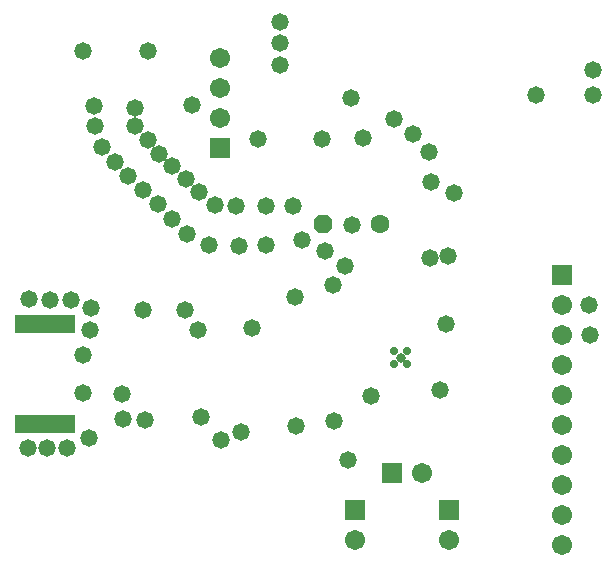
<source format=gbs>
G04 Layer_Color=16711935*
%FSLAX44Y44*%
%MOMM*%
G71*
G01*
G75*
%ADD47R,5.2032X1.6032*%
%ADD56C,1.7032*%
%ADD57R,1.7032X1.7032*%
%ADD58P,1.7353X8X22.5*%
%ADD59C,1.6032*%
%ADD60R,1.7032X1.7032*%
%ADD61C,1.4732*%
%ADD62C,0.8032*%
%ADD63C,0.7032*%
D47*
X25500Y221500D02*
D03*
Y136500D02*
D03*
D56*
X173500Y446700D02*
D03*
Y421300D02*
D03*
Y395900D02*
D03*
X367500Y38500D02*
D03*
X463250Y211850D02*
D03*
Y34050D02*
D03*
Y59450D02*
D03*
Y84850D02*
D03*
Y110250D02*
D03*
Y135650D02*
D03*
Y161050D02*
D03*
Y186450D02*
D03*
Y237250D02*
D03*
X344750Y95500D02*
D03*
X287500Y38500D02*
D03*
D57*
X173500Y370500D02*
D03*
X367500Y63900D02*
D03*
X463250Y262650D02*
D03*
X287500Y63900D02*
D03*
D58*
X260100Y305750D02*
D03*
D59*
X308900D02*
D03*
D60*
X319350Y95500D02*
D03*
D61*
X62000Y125000D02*
D03*
X63750Y234750D02*
D03*
X43500Y116750D02*
D03*
X47500Y241750D02*
D03*
X29250D02*
D03*
X12000Y242250D02*
D03*
X285000Y305000D02*
D03*
X235250Y321000D02*
D03*
X212000Y321750D02*
D03*
X168750Y322000D02*
D03*
X144500Y344500D02*
D03*
X132500Y355500D02*
D03*
X122000Y365750D02*
D03*
X112000Y377250D02*
D03*
X101750Y389250D02*
D03*
X284000Y413000D02*
D03*
X259500Y378000D02*
D03*
X150000Y406750D02*
D03*
X224250Y477250D02*
D03*
X224000Y440500D02*
D03*
X224250Y459750D02*
D03*
X336500Y382500D02*
D03*
X320250Y394750D02*
D03*
X294750Y379000D02*
D03*
X205750Y378500D02*
D03*
X187250Y321250D02*
D03*
X155750Y333250D02*
D03*
X101750Y404250D02*
D03*
X67250Y388750D02*
D03*
X73250Y371750D02*
D03*
X84000Y359000D02*
D03*
X66750Y405750D02*
D03*
X95500Y347000D02*
D03*
X108250Y335000D02*
D03*
X120500Y323250D02*
D03*
X132750Y310250D02*
D03*
X145750Y297750D02*
D03*
X164000Y288250D02*
D03*
X189000Y287750D02*
D03*
X212250Y288000D02*
D03*
X243000Y292750D02*
D03*
X262250Y283250D02*
D03*
X57000Y195000D02*
D03*
X57500Y163000D02*
D03*
X90500Y162500D02*
D03*
X360000Y166000D02*
D03*
X301250Y160250D02*
D03*
X364250Y221250D02*
D03*
X350750Y277250D02*
D03*
X485750Y237250D02*
D03*
X486250Y211750D02*
D03*
X488750Y436500D02*
D03*
X440500Y415500D02*
D03*
X489250Y415250D02*
D03*
X371500Y332000D02*
D03*
X350000Y367000D02*
D03*
X352250Y342000D02*
D03*
X366750Y279000D02*
D03*
X282000Y106750D02*
D03*
X270250Y139750D02*
D03*
X237250Y135250D02*
D03*
X154500Y216750D02*
D03*
X200750Y218250D02*
D03*
X236500Y244750D02*
D03*
X279250Y270500D02*
D03*
X269250Y254250D02*
D03*
X191500Y130250D02*
D03*
X174250Y123250D02*
D03*
X157000Y143000D02*
D03*
X143500Y233750D02*
D03*
X108500D02*
D03*
X63500Y216500D02*
D03*
X27250Y116250D02*
D03*
X10500Y116500D02*
D03*
X112000Y453000D02*
D03*
X57000Y452250D02*
D03*
X109500Y140500D02*
D03*
X91250Y141000D02*
D03*
D62*
X326250Y192750D02*
D03*
D63*
X320890Y198540D02*
D03*
X331890D02*
D03*
X320890Y187540D02*
D03*
X331890D02*
D03*
M02*

</source>
